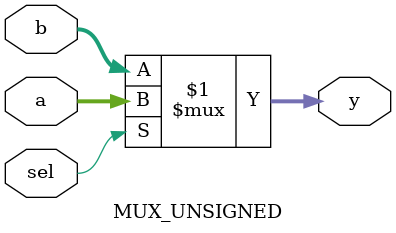
<source format=v>
module Switch(
    input clock,
    input reset,
    input [1:0] io_i0,
    input io_i1,
    output io_out
);
    wire [4:0] inst_valid_num_nxt;
    wire [4:0] inst_valid_num;
    wire _T_14;
    EQ_UNSIGNED #(.width(2)) u_eq_1 (
        .y(_T_14),
        .a(2'h0),
        .b(io_i0)
    );
    wire _T_17;
    EQ_UNSIGNED #(.width(2)) u_eq_2 (
        .y(_T_17),
        .a(2'h1),
        .b(io_i0)
    );
    wire [5:0] _T_19;
    SUB_UNSIGNED #(.width(5)) u_sub_3 (
        .y(_T_19),
        .a(inst_valid_num),
        .b(5'h1)
    );
    wire [5:0] _T_20;
    ASUINT #(.width(6)) asuint_4 (
        .y(_T_20),
        .in(_T_19)
    );
    wire [4:0] _T_21;
    TAIL #(.width(6), .n(1)) tail_5 (
        .y(_T_21),
        .in(_T_20)
    );
    wire _T_23;
    EQ_UNSIGNED #(.width(2)) u_eq_6 (
        .y(_T_23),
        .a(2'h2),
        .b(io_i0)
    );
    wire [5:0] _T_25;
    ADD_UNSIGNED #(.width(5)) u_add_7 (
        .y(_T_25),
        .a(inst_valid_num),
        .b(5'h1)
    );
    wire [4:0] _T_26;
    TAIL #(.width(6), .n(1)) tail_8 (
        .y(_T_26),
        .in(_T_25)
    );
    wire _T_28;
    EQ_UNSIGNED #(.width(2)) u_eq_9 (
        .y(_T_28),
        .a(2'h3),
        .b(io_i0)
    );
    wire [5:0] _T_30;
    ADD_UNSIGNED #(.width(5)) u_add_10 (
        .y(_T_30),
        .a(inst_valid_num),
        .b(5'h2)
    );
    wire [4:0] _T_31;
    TAIL #(.width(6), .n(1)) tail_11 (
        .y(_T_31),
        .in(_T_30)
    );
    wire [4:0] _node_0;
    MUX_UNSIGNED #(.width(5)) u_mux_12 (
        .y(_node_0),
        .sel(_T_28),
        .a(_T_31),
        .b(5'h0)
    );
    wire [4:0] _node_1;
    MUX_UNSIGNED #(.width(5)) u_mux_13 (
        .y(_node_1),
        .sel(_T_23),
        .a(_T_26),
        .b(_node_0)
    );
    wire [4:0] _node_2;
    MUX_UNSIGNED #(.width(5)) u_mux_14 (
        .y(_node_2),
        .sel(_T_17),
        .a(_T_21),
        .b(_node_1)
    );
    wire [4:0] inst_valid_num_d;
    assign inst_valid_num = 5'h2;
    assign inst_valid_num_d = 5'h1;
    MUX_UNSIGNED #(.width(5)) u_mux_15 (
        .y(inst_valid_num_nxt),
        .sel(_T_14),
        .a(inst_valid_num),
        .b(_node_2)
    );
    assign io_out = io_i1;
endmodule //Switch
module EQ_UNSIGNED(y, a, b);
    parameter width = 4;
    output y;
    input [width-1:0] a;
    input [width-1:0] b;
    assign y = a == b;
endmodule // EQ_UNSIGNED
module SUB_UNSIGNED(y, a, b);
    parameter width = 4;
    output [width:0] y;
    input [width-1:0] a;
    input [width-1:0] b;
    assign y = a - b;
endmodule // SUB_UNSIGNED
module ASUINT(y, in);
    parameter width = 4;
    output [width-1:0] y;
    input [width-1:0] in;
    assign y = $unsigned(in);
endmodule // ASUINT
module TAIL(y, in);
    parameter width = 4;
    parameter n = 2;
    output [width-n-1:0] y;
    input [width-1:0] in;
    assign y = in[width-n-1:0];
endmodule // TAIL
module ADD_UNSIGNED(y, a, b);
    parameter width = 4;
    output [width:0] y;
    input [width-1:0] a;
    input [width-1:0] b;
    assign y = a + b;
endmodule // ADD_UNSIGNED
module MUX_UNSIGNED(y, sel, a, b);
    parameter width = 4;
    output [width-1:0] y;
    input sel;
    input [width-1:0] a;
    input [width-1:0] b;
    assign y = sel ? a : b;
endmodule // MUX_UNSIGNED

</source>
